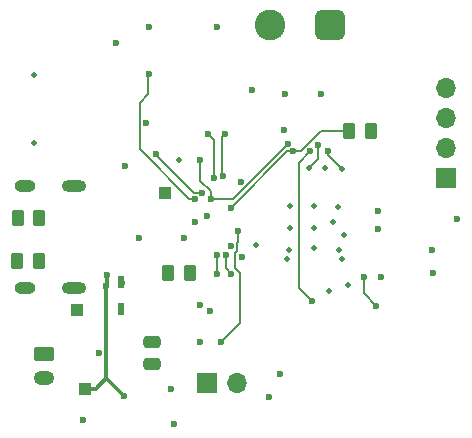
<source format=gbr>
%TF.GenerationSoftware,KiCad,Pcbnew,8.0.3*%
%TF.CreationDate,2024-11-24T21:53:37-06:00*%
%TF.ProjectId,wearable_som,77656172-6162-46c6-955f-736f6d2e6b69,rev?*%
%TF.SameCoordinates,Original*%
%TF.FileFunction,Copper,L4,Bot*%
%TF.FilePolarity,Positive*%
%FSLAX46Y46*%
G04 Gerber Fmt 4.6, Leading zero omitted, Abs format (unit mm)*
G04 Created by KiCad (PCBNEW 8.0.3) date 2024-11-24 21:53:37*
%MOMM*%
%LPD*%
G01*
G04 APERTURE LIST*
G04 Aperture macros list*
%AMRoundRect*
0 Rectangle with rounded corners*
0 $1 Rounding radius*
0 $2 $3 $4 $5 $6 $7 $8 $9 X,Y pos of 4 corners*
0 Add a 4 corners polygon primitive as box body*
4,1,4,$2,$3,$4,$5,$6,$7,$8,$9,$2,$3,0*
0 Add four circle primitives for the rounded corners*
1,1,$1+$1,$2,$3*
1,1,$1+$1,$4,$5*
1,1,$1+$1,$6,$7*
1,1,$1+$1,$8,$9*
0 Add four rect primitives between the rounded corners*
20,1,$1+$1,$2,$3,$4,$5,0*
20,1,$1+$1,$4,$5,$6,$7,0*
20,1,$1+$1,$6,$7,$8,$9,0*
20,1,$1+$1,$8,$9,$2,$3,0*%
G04 Aperture macros list end*
%TA.AperFunction,ComponentPad*%
%ADD10R,1.000000X1.000000*%
%TD*%
%TA.AperFunction,ComponentPad*%
%ADD11R,1.700000X1.700000*%
%TD*%
%TA.AperFunction,ComponentPad*%
%ADD12O,1.700000X1.700000*%
%TD*%
%TA.AperFunction,ComponentPad*%
%ADD13O,1.800000X1.000000*%
%TD*%
%TA.AperFunction,ComponentPad*%
%ADD14O,2.100000X1.000000*%
%TD*%
%TA.AperFunction,ComponentPad*%
%ADD15RoundRect,0.650000X0.650000X0.650000X-0.650000X0.650000X-0.650000X-0.650000X0.650000X-0.650000X0*%
%TD*%
%TA.AperFunction,ComponentPad*%
%ADD16C,2.600000*%
%TD*%
%TA.AperFunction,ComponentPad*%
%ADD17RoundRect,0.250000X-0.625000X0.350000X-0.625000X-0.350000X0.625000X-0.350000X0.625000X0.350000X0*%
%TD*%
%TA.AperFunction,ComponentPad*%
%ADD18O,1.750000X1.200000*%
%TD*%
%TA.AperFunction,SMDPad,CuDef*%
%ADD19RoundRect,0.250000X-0.475000X0.250000X-0.475000X-0.250000X0.475000X-0.250000X0.475000X0.250000X0*%
%TD*%
%TA.AperFunction,SMDPad,CuDef*%
%ADD20RoundRect,0.250000X0.262500X0.450000X-0.262500X0.450000X-0.262500X-0.450000X0.262500X-0.450000X0*%
%TD*%
%TA.AperFunction,SMDPad,CuDef*%
%ADD21R,0.500000X1.075000*%
%TD*%
%TA.AperFunction,ViaPad*%
%ADD22C,0.600000*%
%TD*%
%TA.AperFunction,ViaPad*%
%ADD23C,0.500000*%
%TD*%
%TA.AperFunction,Conductor*%
%ADD24C,0.150000*%
%TD*%
%TA.AperFunction,Conductor*%
%ADD25C,0.300000*%
%TD*%
G04 APERTURE END LIST*
D10*
%TO.P,TP1,1,1*%
%TO.N,/VBUS*%
X107550000Y-124800000D03*
%TD*%
D11*
%TO.P,J1,1,Pin_1*%
%TO.N,/SWDIO*%
X131325000Y-123545000D03*
D12*
%TO.P,J1,2,Pin_2*%
%TO.N,/SWCLK*%
X131325000Y-121005000D03*
%TO.P,J1,3,Pin_3*%
%TO.N,+3.3V*%
X131325000Y-118465000D03*
%TO.P,J1,4,Pin_4*%
%TO.N,GND*%
X131325000Y-115925000D03*
%TD*%
D11*
%TO.P,R10,1*%
%TO.N,/ADC1_IN1*%
X111110000Y-140875000D03*
D12*
%TO.P,R10,2*%
%TO.N,GND*%
X113650000Y-140875000D03*
%TD*%
D13*
%TO.P,J2,SH4,SHELL_GND*%
%TO.N,GND*%
X95670000Y-132835000D03*
%TO.P,J2,SH3,SHELL_GND*%
X95670000Y-124195000D03*
D14*
%TO.P,J2,SH2,SHELL_GND*%
X99850000Y-132835000D03*
%TO.P,J2,SH1,SHELL_GND*%
X99850000Y-124195000D03*
%TD*%
D15*
%TO.P,M1,1,+*%
%TO.N,Net-(IC2-OUTP)*%
X121515000Y-110600000D03*
D16*
%TO.P,M1,2,-*%
%TO.N,Net-(IC2-OUTN)*%
X116435000Y-110600000D03*
%TD*%
D17*
%TO.P,BT1,1,+*%
%TO.N,/VBAT+*%
X97275000Y-138450000D03*
D18*
%TO.P,BT1,2,-*%
%TO.N,GND*%
X97275000Y-140450000D03*
%TD*%
D10*
%TO.P,TP2,1,1*%
%TO.N,/VBAT+*%
X100100000Y-134675000D03*
%TD*%
%TO.P,TP3,1,1*%
%TO.N,Net-(D1-K)*%
X100775000Y-141350000D03*
%TD*%
D19*
%TO.P,C8,1*%
%TO.N,+3.3V*%
X106475000Y-137400000D03*
%TO.P,C8,2*%
%TO.N,GND*%
X106475000Y-139300000D03*
%TD*%
D20*
%TO.P,R1,1*%
%TO.N,/CC1*%
X96900000Y-126875000D03*
%TO.P,R1,2*%
%TO.N,GND*%
X95075000Y-126875000D03*
%TD*%
%TO.P,R2,1*%
%TO.N,Net-(J2-CC2)*%
X96875000Y-130550000D03*
%TO.P,R2,2*%
%TO.N,GND*%
X95050000Y-130550000D03*
%TD*%
%TO.P,R3,1*%
%TO.N,Net-(U3-PROG)*%
X109637500Y-131575000D03*
%TO.P,R3,2*%
%TO.N,GND*%
X107812500Y-131575000D03*
%TD*%
%TO.P,R8,1*%
%TO.N,+3.3V*%
X125000000Y-119525000D03*
%TO.P,R8,2*%
%TO.N,/ICS1_SCL*%
X123175000Y-119525000D03*
%TD*%
D21*
%TO.P,D1,1,K*%
%TO.N,Net-(D1-K)*%
X103850000Y-132313000D03*
%TO.P,D1,2,A*%
%TO.N,/VBUS*%
X103850000Y-134637000D03*
%TD*%
D22*
%TO.N,/OSC_IN*%
X125425000Y-134350000D03*
X124375000Y-131875000D03*
%TO.N,GND*%
X105925000Y-118900000D03*
X107800000Y-131575000D03*
X108300000Y-144350000D03*
D23*
X122675000Y-128375000D03*
D22*
X117675000Y-116375000D03*
X117325000Y-140075000D03*
X111075000Y-126775000D03*
D23*
X118100000Y-127725000D03*
D22*
X114925000Y-116075000D03*
X103375000Y-112125000D03*
X100600000Y-143975000D03*
X105375000Y-128600000D03*
D23*
X121800000Y-127250000D03*
D22*
X132312500Y-127025000D03*
X95050000Y-130550000D03*
X110528133Y-134250000D03*
D23*
X122200000Y-125950000D03*
X120200000Y-127775000D03*
D22*
X95075000Y-126900000D03*
X111975000Y-110750000D03*
D23*
X120175000Y-129425000D03*
X118100000Y-125850000D03*
D22*
X116400000Y-142100000D03*
D23*
X122300000Y-129575000D03*
X118025000Y-129600000D03*
D22*
X101950000Y-138325000D03*
X130225000Y-131600000D03*
X104175000Y-122500000D03*
X106175000Y-110750000D03*
X106475000Y-139300000D03*
X108025000Y-141375000D03*
D23*
X122575000Y-130350000D03*
X117850000Y-130400000D03*
D22*
X125825000Y-131875000D03*
D23*
X120150000Y-125900000D03*
D22*
%TO.N,/NRST*%
X106175000Y-114750000D03*
X110088679Y-125325000D03*
%TO.N,Net-(D1-K)*%
X102650000Y-131750000D03*
X102575000Y-132700000D03*
X103875000Y-132425000D03*
X104100000Y-141975000D03*
%TO.N,+3.3V*%
X125625000Y-127800000D03*
D23*
X115300000Y-129175000D03*
D22*
X110125000Y-127250000D03*
D23*
X96500000Y-114800000D03*
D22*
X113975000Y-123825000D03*
D23*
X121400000Y-133050000D03*
D22*
X120725000Y-116400000D03*
D23*
X121100000Y-122675000D03*
D22*
X125000000Y-119600000D03*
X106275000Y-137375000D03*
D23*
X108725000Y-121975000D03*
D22*
X117625000Y-119475000D03*
D23*
X96500000Y-120525000D03*
X123075000Y-132575000D03*
D22*
X130200000Y-129650000D03*
%TO.N,/VBUS*%
X103850000Y-134637000D03*
%TO.N,/ICS1_SCL*%
X118433378Y-121275000D03*
X113131216Y-126070131D03*
%TO.N,/NIRQ*%
X119850000Y-121275000D03*
X120025000Y-133950000D03*
%TO.N,/ICS1_SDA*%
X117997755Y-120604004D03*
X110525000Y-122000000D03*
X111425000Y-125325000D03*
D23*
%TO.N,/SWCLK*%
X119725000Y-122700000D03*
D22*
X120500000Y-120750000D03*
D23*
%TO.N,/SWDIO*%
X122525000Y-122741315D03*
D22*
X121325000Y-121275000D03*
%TO.N,Net-(U3-PROG)*%
X109637500Y-131575000D03*
%TO.N,Net-(U1-PH3)*%
X110725000Y-124750000D03*
X106800000Y-121525000D03*
%TO.N,/ADC1_IN1*%
X112312500Y-137425000D03*
X113694087Y-127980913D03*
%TO.N,/STAT*%
X111400000Y-134800000D03*
X125547518Y-126277482D03*
%TO.N,/SPI1_MOSI*%
X111925000Y-131675000D03*
X111925000Y-130025000D03*
%TO.N,/INT2*%
X113163275Y-129290560D03*
X109125000Y-128575000D03*
%TO.N,+3.3VA*%
X114087116Y-130225000D03*
X110487500Y-137425000D03*
%TO.N,/SPI1_MISO*%
X113175000Y-131625000D03*
X112725003Y-130025000D03*
%TO.N,/CC1*%
X96900000Y-126875000D03*
%TO.N,Net-(J2-CC2)*%
X96875000Y-130550000D03*
%TO.N,/RCC_OSC32_IN*%
X112500000Y-123325000D03*
X112675000Y-119775000D03*
%TO.N,/RCC_OSC32_OUT*%
X111175000Y-119775000D03*
X111721966Y-123511182D03*
%TD*%
D24*
%TO.N,/OSC_IN*%
X124375000Y-133300000D02*
X125425000Y-134350000D01*
X124375000Y-131875000D02*
X124375000Y-133300000D01*
%TO.N,/NRST*%
X105400000Y-117200000D02*
X106150000Y-116450000D01*
X110088679Y-125325000D02*
X109625000Y-125325000D01*
X106150000Y-116450000D02*
X106150000Y-114775000D01*
X105400000Y-121100000D02*
X105400000Y-117200000D01*
X106150000Y-114775000D02*
X106175000Y-114750000D01*
X109625000Y-125325000D02*
X105400000Y-121100000D01*
D25*
%TO.N,Net-(D1-K)*%
X104100000Y-141975000D02*
X102575000Y-140450000D01*
X101675000Y-141350000D02*
X100775000Y-141350000D01*
X102575000Y-140450000D02*
X102575000Y-132700000D01*
X102575000Y-140450000D02*
X101675000Y-141350000D01*
X102650000Y-132625000D02*
X102575000Y-132700000D01*
X102650000Y-131750000D02*
X102650000Y-132625000D01*
D24*
%TO.N,/ICS1_SCL*%
X117926347Y-121275000D02*
X113131216Y-126070131D01*
X120786827Y-119525000D02*
X119036827Y-121275000D01*
X123175000Y-119525000D02*
X120786827Y-119525000D01*
X119036827Y-121275000D02*
X118433378Y-121275000D01*
X118433378Y-121275000D02*
X117926347Y-121275000D01*
%TO.N,/NIRQ*%
X120025000Y-133950000D02*
X118875000Y-132800000D01*
X118875000Y-122250000D02*
X119850000Y-121275000D01*
X118875000Y-132800000D02*
X118875000Y-122250000D01*
%TO.N,/ICS1_SDA*%
X117997755Y-120604004D02*
X117997755Y-120651635D01*
X110525000Y-122000000D02*
X110525000Y-123736827D01*
X110525000Y-123736827D02*
X111425000Y-124636827D01*
X111425000Y-124636827D02*
X111425000Y-125325000D01*
X117997755Y-120651635D02*
X113324390Y-125325000D01*
X113324390Y-125325000D02*
X111425000Y-125325000D01*
%TO.N,/SWCLK*%
X120500000Y-121625000D02*
X120500000Y-121550000D01*
X119725000Y-122700000D02*
X120500000Y-121925000D01*
X120500000Y-121550000D02*
X120500000Y-120750000D01*
X120500000Y-121925000D02*
X120500000Y-121550000D01*
%TO.N,/SWDIO*%
X122525000Y-122741315D02*
X121325000Y-121541315D01*
X121325000Y-121541315D02*
X121325000Y-121275000D01*
%TO.N,Net-(U1-PH3)*%
X110725000Y-124750000D02*
X110000000Y-124750000D01*
X106800000Y-121550000D02*
X106800000Y-121525000D01*
X110000000Y-124750000D02*
X106800000Y-121550000D01*
%TO.N,/ADC1_IN1*%
X113900000Y-131536827D02*
X113900000Y-135837500D01*
X113475000Y-131111827D02*
X113900000Y-131536827D01*
X113475000Y-129907537D02*
X113475000Y-131111827D01*
X113900000Y-135837500D02*
X112312500Y-137425000D01*
X113688275Y-129694262D02*
X113475000Y-129907537D01*
X113688275Y-128959392D02*
X113688275Y-129694262D01*
X113694087Y-128953580D02*
X113688275Y-128959392D01*
X113694087Y-127980913D02*
X113694087Y-128953580D01*
%TO.N,/SPI1_MOSI*%
X111925000Y-131675000D02*
X111925000Y-130025000D01*
%TO.N,/SPI1_MISO*%
X112725003Y-130025000D02*
X112725003Y-131175003D01*
X112725003Y-131175003D02*
X113175000Y-131625000D01*
%TO.N,/RCC_OSC32_IN*%
X112400000Y-123225000D02*
X112400000Y-120050000D01*
X112500000Y-123325000D02*
X112400000Y-123225000D01*
X112400000Y-120050000D02*
X112675000Y-119775000D01*
%TO.N,/RCC_OSC32_OUT*%
X111675000Y-120275000D02*
X111175000Y-119775000D01*
X111675000Y-123464216D02*
X111675000Y-120275000D01*
X111721966Y-123511182D02*
X111675000Y-123464216D01*
%TD*%
M02*

</source>
